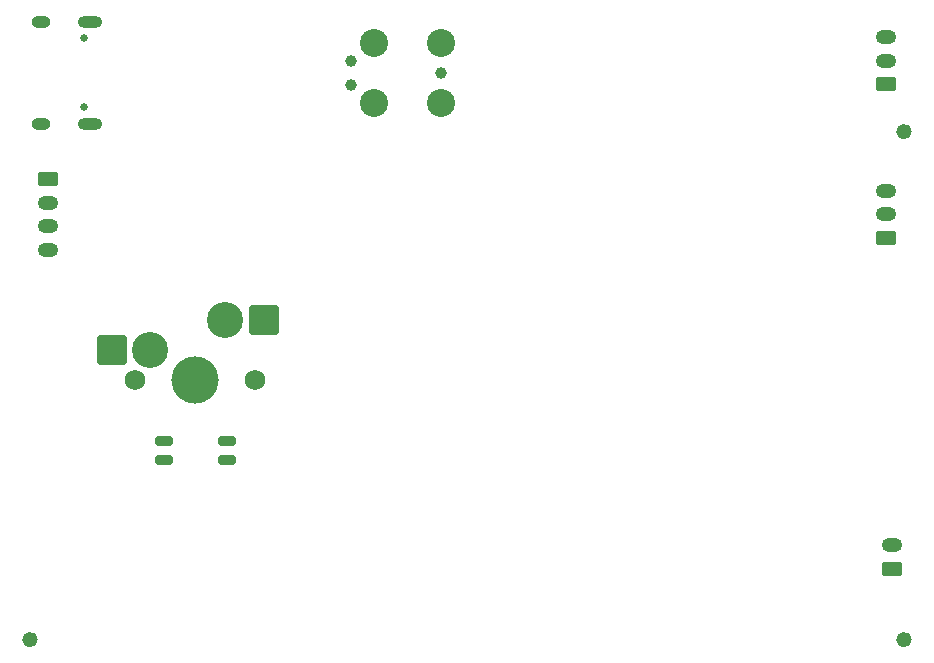
<source format=gbr>
G04 #@! TF.GenerationSoftware,KiCad,Pcbnew,(6.0.8)*
G04 #@! TF.CreationDate,2022-10-26T00:02:16-07:00*
G04 #@! TF.ProjectId,BldcDriverBoard,426c6463-4472-4697-9665-72426f617264,rev?*
G04 #@! TF.SameCoordinates,Original*
G04 #@! TF.FileFunction,Soldermask,Bot*
G04 #@! TF.FilePolarity,Negative*
%FSLAX46Y46*%
G04 Gerber Fmt 4.6, Leading zero omitted, Abs format (unit mm)*
G04 Created by KiCad (PCBNEW (6.0.8)) date 2022-10-26 00:02:16*
%MOMM*%
%LPD*%
G01*
G04 APERTURE LIST*
G04 Aperture macros list*
%AMRoundRect*
0 Rectangle with rounded corners*
0 $1 Rounding radius*
0 $2 $3 $4 $5 $6 $7 $8 $9 X,Y pos of 4 corners*
0 Add a 4 corners polygon primitive as box body*
4,1,4,$2,$3,$4,$5,$6,$7,$8,$9,$2,$3,0*
0 Add four circle primitives for the rounded corners*
1,1,$1+$1,$2,$3*
1,1,$1+$1,$4,$5*
1,1,$1+$1,$6,$7*
1,1,$1+$1,$8,$9*
0 Add four rect primitives between the rounded corners*
20,1,$1+$1,$2,$3,$4,$5,0*
20,1,$1+$1,$4,$5,$6,$7,0*
20,1,$1+$1,$6,$7,$8,$9,0*
20,1,$1+$1,$8,$9,$2,$3,0*%
G04 Aperture macros list end*
%ADD10C,0.650000*%
%ADD11C,1.152000*%
%ADD12RoundRect,0.205000X-0.545000X-0.205000X0.545000X-0.205000X0.545000X0.205000X-0.545000X0.205000X0*%
%ADD13O,1.600000X1.000000*%
%ADD14O,2.100000X1.000000*%
%ADD15C,0.650000*%
%ADD16RoundRect,0.250000X0.625000X-0.350000X0.625000X0.350000X-0.625000X0.350000X-0.625000X-0.350000X0*%
%ADD17O,1.750000X1.200000*%
%ADD18RoundRect,0.250000X-0.625000X0.350000X-0.625000X-0.350000X0.625000X-0.350000X0.625000X0.350000X0*%
%ADD19C,2.374900*%
%ADD20C,0.990600*%
%ADD21RoundRect,0.250000X-1.025000X-1.000000X1.025000X-1.000000X1.025000X1.000000X-1.025000X1.000000X0*%
%ADD22C,4.000000*%
%ADD23C,1.750000*%
%ADD24C,3.050000*%
G04 APERTURE END LIST*
D10*
X184325000Y-63000000D02*
G75*
G03*
X184325000Y-63000000I-325000J0D01*
G01*
X184325000Y-106000000D02*
G75*
G03*
X184325000Y-106000000I-325000J0D01*
G01*
X110325000Y-106000000D02*
G75*
G03*
X110325000Y-106000000I-325000J0D01*
G01*
D11*
X184000000Y-63000000D03*
D12*
X121350000Y-89200000D03*
X121350000Y-90800000D03*
X126650000Y-90800000D03*
X126650000Y-89200000D03*
D11*
X184000000Y-106000000D03*
D13*
X110925000Y-53680000D03*
D14*
X115105000Y-62320000D03*
D13*
X110925000Y-62320000D03*
D14*
X115105000Y-53680000D03*
D15*
X114605000Y-55110000D03*
X114605000Y-60890000D03*
D16*
X183000000Y-100000000D03*
D17*
X183000000Y-98000000D03*
D16*
X182450000Y-59000000D03*
D17*
X182450000Y-57000000D03*
X182450000Y-55000000D03*
X182450000Y-68000000D03*
X182450000Y-70000000D03*
D16*
X182450000Y-72000000D03*
D17*
X111550000Y-73000000D03*
X111550000Y-71000000D03*
X111550000Y-69000000D03*
D18*
X111550000Y-67000000D03*
D19*
X144810000Y-55460000D03*
X139095000Y-55460000D03*
D20*
X137190000Y-59016000D03*
D19*
X139095000Y-60540000D03*
D20*
X137190000Y-56984000D03*
D19*
X144810000Y-60540000D03*
D20*
X144810000Y-58000000D03*
D21*
X129842000Y-78920000D03*
X116915000Y-81460000D03*
D22*
X124000000Y-84000000D03*
D23*
X129080000Y-84000000D03*
D24*
X126540000Y-78920000D03*
D23*
X118920000Y-84000000D03*
D24*
X120190000Y-81460000D03*
D11*
X110000000Y-106000000D03*
M02*

</source>
